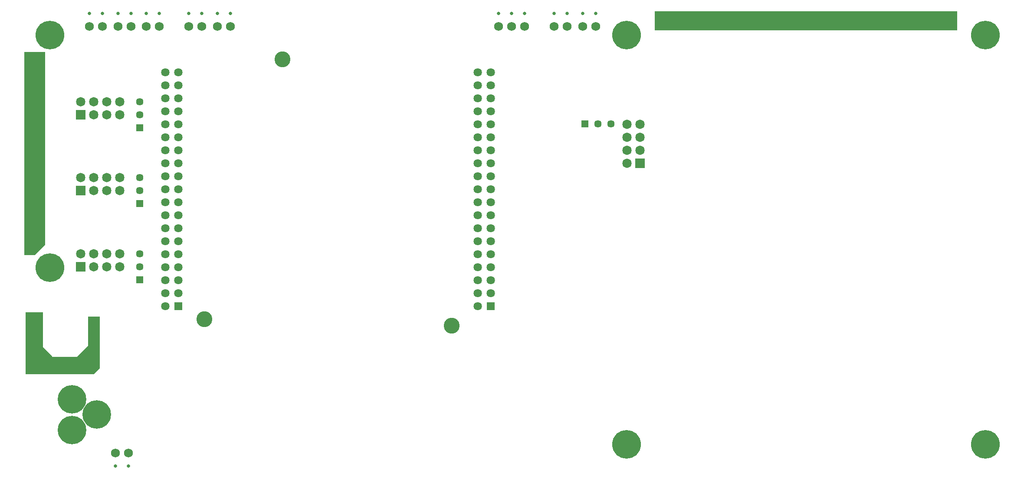
<source format=gbs>
%FSTAX23Y23*%
%MOIN*%
%SFA1B1*%

%IPPOS*%
%ADD43C,0.218900*%
%ADD44C,0.068900*%
%ADD45C,0.057090*%
%ADD46R,0.057090X0.057090*%
%ADD47C,0.071850*%
%ADD48R,0.071850X0.071850*%
%ADD49C,0.025590*%
%ADD50R,0.057090X0.057090*%
%ADD51R,0.071850X0.071850*%
%ADD52C,0.064170*%
%ADD53C,0.122050*%
%ADD54R,0.064170X0.064170*%
%ADD55C,0.220470*%
%LNrmx_explorer_board-1*%
%LPD*%
G36*
X07362Y03579D02*
X05039D01*
Y03724*
X07362*
Y03579*
G37*
G36*
X00354Y01929D02*
X00275Y0185D01*
X00196*
Y03413*
X00354*
Y01929*
G37*
G36*
X00338Y01141D02*
X00409Y0107D01*
Y01066*
X00598*
X00685Y01153*
Y01374*
X00775*
Y0098*
X00728Y00933*
X00204*
Y01409*
X00338*
Y01141*
G37*
G54D43*
X00561Y00738D03*
Y00501D03*
X00753Y00622D03*
G54D44*
X00994Y00326D03*
X03839Y03608D03*
X03939D03*
X04039D03*
X01678D03*
X01778D03*
X01459D03*
X01559D03*
X04266D03*
X04366D03*
X04485D03*
X04585D03*
X01133D03*
X01233D03*
X00914D03*
X01014D03*
X00695D03*
X00795D03*
X00894Y00326D03*
G54D45*
X01082Y01859D03*
Y01759D03*
Y0303D03*
Y0293D03*
Y02445D03*
Y02345D03*
X04603Y02858D03*
X04703D03*
G54D46*
X01082Y01659D03*
Y0283D03*
Y02245D03*
G54D47*
X0093Y01859D03*
Y01759D03*
X0073Y01859D03*
X0063D03*
X0083D03*
X0073Y01759D03*
X0083D03*
X04825Y02855D03*
Y02555D03*
Y02655D03*
Y02755D03*
X04925Y02855D03*
Y02755D03*
Y02655D03*
X0093Y0293D03*
X0073D03*
X0083D03*
X0063Y0303D03*
X0073D03*
X0083D03*
X0093D03*
X0083Y02345D03*
X0073D03*
X0083Y02445D03*
X0063D03*
X0073D03*
X0093Y02345D03*
Y02445D03*
G54D48*
X0063Y01759D03*
Y0293D03*
Y02345D03*
G54D49*
X03839Y03708D03*
X04039D03*
X03939D03*
X01678D03*
X01778D03*
X01459D03*
X01559D03*
X04266D03*
X04366D03*
X04485D03*
X04585D03*
X01133D03*
X01233D03*
X00914D03*
X01014D03*
X00695D03*
X00795D03*
X00994Y00226D03*
X00894D03*
G54D50*
X04503Y02858D03*
G54D51*
X04925Y02555D03*
G54D52*
X03779Y03256D03*
Y02556D03*
Y02656D03*
Y02356D03*
Y02456D03*
Y03056D03*
Y03156D03*
Y02756D03*
Y02956D03*
X03679Y03156D03*
Y03256D03*
Y02956D03*
Y03056D03*
X03779Y02856D03*
X03679D03*
Y02656D03*
Y02756D03*
Y02456D03*
Y02556D03*
X03779Y01856D03*
Y02056D03*
Y01656D03*
Y01756D03*
Y01556D03*
X03679Y02356D03*
X03779Y02256D03*
X03679D03*
X03779Y01956D03*
Y02156D03*
X03679Y02056D03*
Y02156D03*
Y01856D03*
Y01956D03*
Y01756D03*
Y01556D03*
Y01656D03*
Y01456D03*
X01379Y03256D03*
Y02556D03*
Y02656D03*
Y02256D03*
Y02456D03*
Y03056D03*
Y03156D03*
Y02856D03*
Y02956D03*
X01279Y03056D03*
Y02956D03*
Y03156D03*
Y02756D03*
Y02856D03*
Y03256D03*
X01379Y02756D03*
X01279Y02656D03*
X01379Y02356D03*
X01279Y02556D03*
Y02356D03*
Y02456D03*
Y02156D03*
Y02256D03*
X01379Y02056D03*
Y01656D03*
Y02156D03*
Y01756D03*
Y01956D03*
Y01556D03*
X01279Y01956D03*
X01379Y01856D03*
X01279Y02056D03*
Y01856D03*
Y01656D03*
Y01756D03*
Y01556D03*
Y01456D03*
G54D53*
X02179Y03356D03*
X03479Y01306D03*
X01579Y01356D03*
G54D54*
X03779Y01456D03*
X01379D03*
G54D55*
X04822Y03543D03*
X00393D03*
Y01751D03*
X04822Y00393D03*
X07578D03*
Y03543D03*
M02*
</source>
